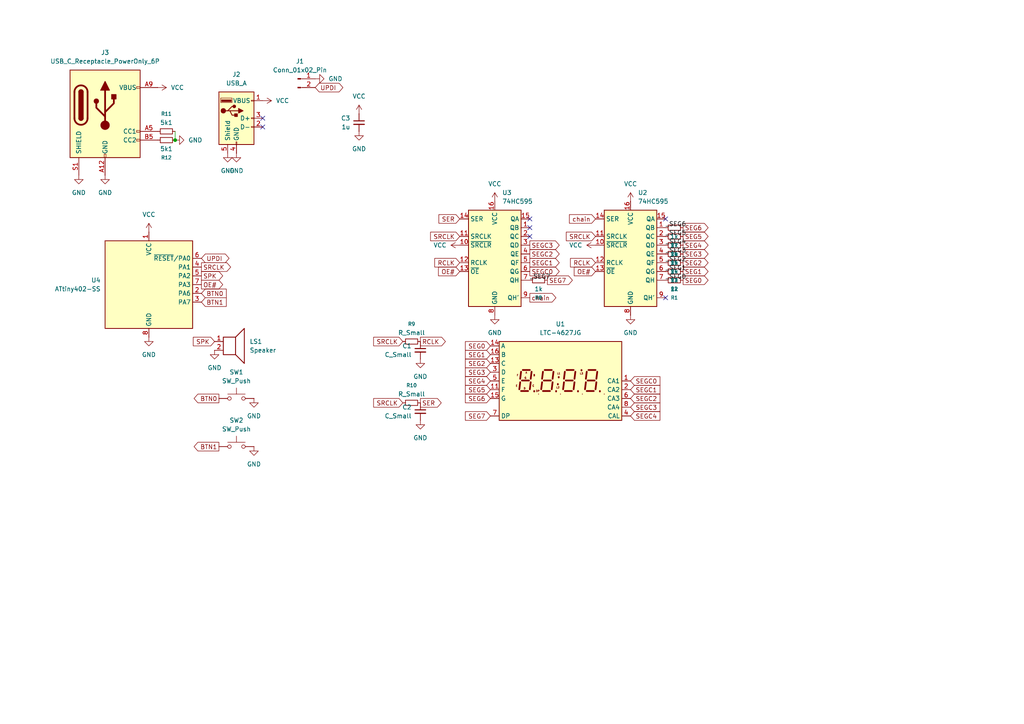
<source format=kicad_sch>
(kicad_sch (version 20250114) (generator "eeschema") (generator_version "9.0")
  (paper "A4")
  (lib_symbols
    (symbol "74xx:74HC595"
      (property "Reference" "U" (at -7.62 13.97 0))
      (property "Value" "74HC595" (at -7.62 -16.51 0))
      (symbol "74HC595_1_0"
        (pin input line (at -10.16 10.16 0) (length 2.54) (name "SER") (number "14"))
        (pin input line (at -10.16 5.08 0) (length 2.54) (name "SRCLK") (number "11"))
        (pin input line (at -10.16 2.54 0) (length 2.54) (name "~{SRCLR}") (number "10"))
        (pin input line (at -10.16 -2.54 0) (length 2.54) (name "RCLK") (number "12"))
        (pin input line (at -10.16 -5.08 0) (length 2.54) (name "~{OE}") (number "13"))
        (pin power_in line (at 0 15.24 270) (length 2.54) (name "VCC") (number "16"))
        (pin power_in line (at 0 -17.78 90) (length 2.54) (name "GND") (number "8"))
        (pin tri_state line (at 10.16 10.16 180) (length 2.54) (name "QA") (number "15"))
        (pin tri_state line (at 10.16 7.62 180) (length 2.54) (name "QB") (number "1"))
        (pin tri_state line (at 10.16 5.08 180) (length 2.54) (name "QC") (number "2"))
        (pin tri_state line (at 10.16 2.54 180) (length 2.54) (name "QD") (number "3"))
        (pin tri_state line (at 10.16 0 180) (length 2.54) (name "QE") (number "4"))
        (pin tri_state line (at 10.16 -2.54 180) (length 2.54) (name "QF") (number "5"))
        (pin tri_state line (at 10.16 -5.08 180) (length 2.54) (name "QG") (number "6"))
        (pin tri_state line (at 10.16 -7.62 180) (length 2.54) (name "QH") (number "7"))
        (pin output line (at 10.16 -12.7 180) (length 2.54) (name "QH'") (number "9"))
      )
      (symbol "74HC595_1_1"
        (rectangle (start -7.62 12.7) (end 7.62 -15.24) (stroke (width 0.254)) (fill (type background)))
      )
    )
    (symbol "Connector:Conn_01x02_Pin" (pin_names (offset 1.016) (hide yes))
      (property "Reference" "J" (at 0 2.54 0))
      (property "Value" "Conn_01x02_Pin" (at 0 -5.08 0))
      (symbol "Conn_01x02_Pin_1_1"
        (rectangle (start 0.8636 0.127) (end 0 -0.127) (stroke (width 0.1524)) (fill (type outline)))
        (rectangle (start 0.8636 -2.413) (end 0 -2.667) (stroke (width 0.1524)) (fill (type outline)))
        (polyline (pts (xy 1.27 0) (xy 0.8636 0)) (stroke (width 0.1524)))
        (polyline (pts (xy 1.27 -2.54) (xy 0.8636 -2.54)) (stroke (width 0.1524)))
        (pin passive line (at 5.08 0 180) (length 3.81) (name "Pin_1") (number "1"))
        (pin passive line (at 5.08 -2.54 180) (length 3.81) (name "Pin_2") (number "2"))
      )
    )
    (symbol "Connector:USB_A" (pin_names (offset 1.016))
      (property "Reference" "J" (at -5.08 11.43 0))
      (property "Value" "USB_A" (at -5.08 8.89 0))
      (symbol "USB_A_0_1"
        (rectangle (start -5.08 -7.62) (end 5.08 7.62) (stroke (width 0.254)) (fill (type background)))
        (circle (center -3.81 2.159) (radius 0.635) (stroke (width 0.254)) (fill (type outline)))
        (polyline (pts (xy -3.175 2.159) (xy -2.54 2.159) (xy -1.27 3.429) (xy -0.635 3.429)) (stroke (width 0.254)))
        (polyline (pts (xy -2.54 2.159) (xy -1.905 2.159) (xy -1.27 0.889) (xy 0 0.889)) (stroke (width 0.254)))
        (rectangle (start -1.524 4.826) (end -4.318 5.334) (fill (type outline)))
        (rectangle (start -1.27 4.572) (end -4.572 5.842))
        (circle (center -0.635 3.429) (radius 0.381) (stroke (width 0.254)) (fill (type outline)))
        (rectangle (start -0.127 -7.62) (end 0.127 -6.858))
        (rectangle (start 0.254 1.27) (end -0.508 0.508) (stroke (width 0.254)) (fill (type outline)))
        (polyline (pts (xy 0.635 2.794) (xy 0.635 1.524) (xy 1.905 2.159) (xy 0.635 2.794)) (stroke (width 0.254)) (fill (type outline)))
        (rectangle (start 5.08 4.953) (end 4.318 5.207))
        (rectangle (start 5.08 -0.127) (end 4.318 0.127))
        (rectangle (start 5.08 -2.667) (end 4.318 -2.413))
      )
      (symbol "USB_A_1_1"
        (polyline (pts (xy -1.905 2.159) (xy 0.635 2.159)) (stroke (width 0.254)))
        (pin passive line (at -2.54 -10.16 90) (length 2.54) (name "Shield") (number "5"))
        (pin power_in line (at 0 -10.16 90) (length 2.54) (name "GND") (number "4"))
        (pin power_in line (at 7.62 5.08 180) (length 2.54) (name "VBUS") (number "1"))
        (pin bidirectional line (at 7.62 0 180) (length 2.54) (name "D+") (number "3"))
        (pin bidirectional line (at 7.62 -2.54 180) (length 2.54) (name "D-") (number "2"))
      )
    )
    (symbol "Connector:USB_C_Receptacle_PowerOnly_6P" (pin_names (offset 1.016))
      (property "Reference" "J" (at 0 16.51 0))
      (property "Value" "USB_C_Receptacle_PowerOnly_6P" (at 0 13.97 0))
      (symbol "USB_C_Receptacle_PowerOnly_6P_0_0"
        (rectangle (start -0.254 -12.7) (end 0.254 -11.684))
        (rectangle (start 10.16 7.874) (end 9.144 7.366))
        (rectangle (start 10.16 -4.826) (end 9.144 -5.334))
        (rectangle (start 10.16 -7.366) (end 9.144 -7.874))
      )
      (symbol "USB_C_Receptacle_PowerOnly_6P_0_1"
        (rectangle (start -10.16 12.7) (end 10.16 -12.7) (stroke (width 0.254)) (fill (type background)))
        (polyline (pts (xy -8.89 -1.27) (xy -8.89 6.35)) (stroke (width 0.508)))
        (rectangle (start -7.62 -1.27) (end -6.35 6.35) (stroke (width 0.254)) (fill (type outline)))
        (arc (start -7.62 6.35) (mid -6.985 6.9823) (end -6.35 6.35) (stroke (width 0.254)))
        (arc (start -7.62 6.35) (mid -6.985 6.9823) (end -6.35 6.35) (stroke (width 0.254)) (fill (type outline)))
        (arc (start -8.89 6.35) (mid -6.985 8.2467) (end -5.08 6.35) (stroke (width 0.508)))
        (arc (start -5.08 -1.27) (mid -6.985 -3.1667) (end -8.89 -1.27) (stroke (width 0.508)))
        (arc (start -6.35 -1.27) (mid -6.985 -1.9023) (end -7.62 -1.27) (stroke (width 0.254)))
        (arc (start -6.35 -1.27) (mid -6.985 -1.9023) (end -7.62 -1.27) (stroke (width 0.254)) (fill (type outline)))
        (polyline (pts (xy -5.08 6.35) (xy -5.08 -1.27)) (stroke (width 0.508)))
        (circle (center -2.54 3.683) (radius 0.635) (stroke (width 0.254)) (fill (type outline)))
        (polyline (pts (xy -1.27 6.858) (xy 0 9.398) (xy 1.27 6.858) (xy -1.27 6.858)) (stroke (width 0.254)) (fill (type outline)))
        (polyline (pts (xy 0 0.508) (xy 2.54 3.048) (xy 2.54 4.318)) (stroke (width 0.508)))
        (polyline (pts (xy 0 -0.762) (xy -2.54 1.778) (xy -2.54 3.048)) (stroke (width 0.508)))
        (polyline (pts (xy 0 -3.302) (xy 0 6.858)) (stroke (width 0.508)))
        (circle (center 0 -3.302) (radius 1.27) (fill (type outline)))
        (rectangle (start 1.905 4.318) (end 3.175 5.588) (stroke (width 0.254)) (fill (type outline)))
      )
      (symbol "USB_C_Receptacle_PowerOnly_6P_1_1"
        (pin passive line (at -7.62 -17.78 90) (length 5.08) (name "SHIELD") (number "S1"))
        (pin passive line (at 0 -17.78 90) (length 5.08) (name "GND") (number "A12"))
        (pin passive line (at 0 -17.78 90) (length 5.08) (hide yes) (name "GND") (number "B12"))
        (pin passive line (at 15.24 7.62 180) (length 5.08) (name "VBUS") (number "A9"))
        (pin passive line (at 15.24 7.62 180) (length 5.08) (hide yes) (name "VBUS") (number "B9"))
        (pin bidirectional line (at 15.24 -5.08 180) (length 5.08) (name "CC1") (number "A5"))
        (pin bidirectional line (at 15.24 -7.62 180) (length 5.08) (name "CC2") (number "B5"))
      )
    )
    (symbol "Device:C_Small" (pin_numbers (hide yes)) (pin_names (offset 0.254) (hide yes))
      (property "Reference" "C" (at 0.254 1.778 0))
      (property "Value" "C_Small" (at 0.254 -2.032 0))
      (symbol "C_Small_0_1"
        (polyline (pts (xy -1.524 0.508) (xy 1.524 0.508)) (stroke (width 0.3048)))
        (polyline (pts (xy -1.524 -0.508) (xy 1.524 -0.508)) (stroke (width 0.3302)))
      )
      (symbol "C_Small_1_1"
        (pin passive line (at 0 2.54 270) (length 2.032) (name "~") (number "1"))
        (pin passive line (at 0 -2.54 90) (length 2.032) (name "~") (number "2"))
      )
    )
    (symbol "Device:R_Small" (pin_numbers (hide yes)) (pin_names (offset 0.254) (hide yes))
      (property "Reference" "R" (at 0 0 90))
      (property "Value" "R_Small" (at 1.778 0 90))
      (symbol "R_Small_0_1"
        (rectangle (start -0.762 1.778) (end 0.762 -1.778) (stroke (width 0.2032)))
      )
      (symbol "R_Small_1_1"
        (pin passive line (at 0 2.54 270) (length 0.762) (name "~") (number "1"))
        (pin passive line (at 0 -2.54 90) (length 0.762) (name "~") (number "2"))
      )
    )
    (symbol "Device:Speaker" (pin_names (offset 0) (hide yes))
      (property "Reference" "LS" (at 1.27 5.715 0))
      (property "Value" "Speaker" (at 1.27 3.81 0))
      (symbol "Speaker_0_0"
        (rectangle (start -2.54 1.27) (end 1.016 -3.81) (stroke (width 0.254)))
        (polyline (pts (xy 1.016 1.27) (xy 3.556 3.81) (xy 3.556 -6.35) (xy 1.016 -3.81)) (stroke (width 0.254)))
      )
      (symbol "Speaker_1_1"
        (pin input line (at -5.08 0 0) (length 2.54) (name "1") (number "1"))
        (pin input line (at -5.08 -2.54 0) (length 2.54) (name "2") (number "2"))
      )
    )
    (symbol "Display_Character:LTC-4627JG"
      (property "Reference" "U" (at -17.78 12.7 0))
      (property "Value" "LTC-4627JG" (at 17.78 12.7 0))
      (symbol "LTC-4627JG_0_1"
        (rectangle (start -17.78 -11.43) (end 17.78 11.43) (stroke (width 0.254)) (fill (type background)))
        (rectangle (start -6.35 -3.81) (end -6.35 -3.81) (stroke (width 0.254)))
        (polyline (pts (xy -6.35 -3.81) (xy -6.35 -3.81)) (stroke (width 0.254)))
        (polyline (pts (xy 0 -3.81) (xy 0 -3.81)) (stroke (width 0.254)))
        (rectangle (start 0 -3.81) (end 0 -3.81) (stroke (width 0.254)))
        (polyline (pts (xy 6.35 -3.81) (xy 6.35 -3.81)) (stroke (width 0.254)))
        (rectangle (start 6.35 -3.81) (end 6.35 -3.81) (stroke (width 0.254)))
        (polyline (pts (xy 12.7 -3.81) (xy 12.7 -3.81)) (stroke (width 0.254)))
        (rectangle (start 12.7 -3.81) (end 12.7 -3.81) (stroke (width 0.254)))
      )
      (symbol "LTC-4627JG_1_0"
        (text "E" (at -12.7 -1.397 0) (effects (font (size 0.508 0.508))))
        (text "F" (at -12.446 1.651 0) (effects (font (size 0.508 0.508))))
        (text "D" (at -10.414 -2.159 0) (effects (font (size 0.508 0.508))))
        (text "G" (at -10.16 0.889 0) (effects (font (size 0.508 0.508))))
        (text "A" (at -9.906 2.413 0) (effects (font (size 0.508 0.508))))
        (text "C" (at -7.874 -1.397 0) (effects (font (size 0.508 0.508))))
        (text "B" (at -7.62 1.651 0) (effects (font (size 0.508 0.508))))
        (text "DP" (at -6.604 -2.921 0) (effects (font (size 0.508 0.508))))
        (text "L2" (at -0.762 -1.905 0) (effects (font (size 0.508 0.508))))
        (text "L1" (at -0.508 2.159 0) (effects (font (size 0.508 0.508))))
        (text "L3" (at 6.096 2.159 0) (effects (font (size 0.508 0.508))))
      )
      (symbol "LTC-4627JG_1_1"
        (polyline (pts (xy -11.684 -0.381) (xy -11.938 -2.413)) (stroke (width 0.508)))
        (polyline (pts (xy -11.43 2.667) (xy -11.684 0.635)) (stroke (width 0.508)))
        (polyline (pts (xy -11.43 -2.921) (xy -9.398 -2.921)) (stroke (width 0.508)))
        (polyline (pts (xy -11.176 0.127) (xy -9.144 0.127)) (stroke (width 0.508)))
        (polyline (pts (xy -10.922 3.175) (xy -8.89 3.175)) (stroke (width 0.508)))
        (polyline (pts (xy -8.636 -0.381) (xy -8.89 -2.413)) (stroke (width 0.508)))
        (polyline (pts (xy -8.382 2.667) (xy -8.636 0.635)) (stroke (width 0.508)))
        (polyline (pts (xy -7.62 -3.048) (xy -7.62 -2.921)) (stroke (width 0.508)))
        (polyline (pts (xy -5.334 -0.381) (xy -5.588 -2.413)) (stroke (width 0.508)))
        (polyline (pts (xy -5.08 2.667) (xy -5.334 0.635)) (stroke (width 0.508)))
        (polyline (pts (xy -5.08 -2.921) (xy -3.048 -2.921)) (stroke (width 0.508)))
        (polyline (pts (xy -4.826 0.127) (xy -2.794 0.127)) (stroke (width 0.508)))
        (polyline (pts (xy -4.572 3.175) (xy -2.54 3.175)) (stroke (width 0.508)))
        (polyline (pts (xy -2.286 -0.381) (xy -2.54 -2.413)) (stroke (width 0.508)))
        (polyline (pts (xy -2.032 2.667) (xy -2.286 0.635)) (stroke (width 0.508)))
        (polyline (pts (xy -1.27 -3.048) (xy -1.27 -2.921)) (stroke (width 0.508)))
        (polyline (pts (xy -0.762 -1.016) (xy -0.762 -0.889)) (stroke (width 0.508)))
        (polyline (pts (xy -0.508 1.016) (xy -0.508 1.143)) (stroke (width 0.508)))
        (polyline (pts (xy 1.016 -0.381) (xy 0.762 -2.413)) (stroke (width 0.508)))
        (polyline (pts (xy 1.27 2.667) (xy 1.016 0.635)) (stroke (width 0.508)))
        (polyline (pts (xy 1.27 -2.921) (xy 3.302 -2.921)) (stroke (width 0.508)))
        (polyline (pts (xy 1.524 0.127) (xy 3.556 0.127)) (stroke (width 0.508)))
        (polyline (pts (xy 1.778 3.175) (xy 3.81 3.175)) (stroke (width 0.508)))
        (polyline (pts (xy 4.064 -0.381) (xy 3.81 -2.413)) (stroke (width 0.508)))
        (polyline (pts (xy 4.318 2.667) (xy 4.064 0.635)) (stroke (width 0.508)))
        (polyline (pts (xy 5.08 -3.048) (xy 5.08 -2.921)) (stroke (width 0.508)))
        (polyline (pts (xy 6.096 3.048) (xy 6.096 3.175)) (stroke (width 0.508)))
        (polyline (pts (xy 7.366 -0.381) (xy 7.112 -2.413)) (stroke (width 0.508)))
        (polyline (pts (xy 7.62 2.667) (xy 7.366 0.635)) (stroke (width 0.508)))
        (polyline (pts (xy 7.62 -2.921) (xy 9.652 -2.921)) (stroke (width 0.508)))
        (polyline (pts (xy 7.874 0.127) (xy 9.906 0.127)) (stroke (width 0.508)))
        (polyline (pts (xy 8.128 3.175) (xy 10.16 3.175)) (stroke (width 0.508)))
        (polyline (pts (xy 10.414 -0.381) (xy 10.16 -2.413)) (stroke (width 0.508)))
        (polyline (pts (xy 10.668 2.667) (xy 10.414 0.635)) (stroke (width 0.508)))
        (polyline (pts (xy 11.43 -3.048) (xy 11.43 -2.921)) (stroke (width 0.508)))
        (pin input line (at -20.32 10.16 0) (length 2.54) (name "A") (number "14"))
        (pin input line (at -20.32 7.62 0) (length 2.54) (name "B") (number "16"))
        (pin input line (at -20.32 5.08 0) (length 2.54) (name "C") (number "13"))
        (pin input line (at -20.32 2.54 0) (length 2.54) (name "D") (number "3"))
        (pin input line (at -20.32 0 0) (length 2.54) (name "E") (number "5"))
        (pin input line (at -20.32 -2.54 0) (length 2.54) (name "F") (number "11"))
        (pin input line (at -20.32 -5.08 0) (length 2.54) (name "G") (number "15"))
        (pin input line (at -20.32 -10.16 0) (length 2.54) (name "DP") (number "7"))
        (pin no_connect line (at 17.78 7.62 180) (length 2.54) (hide yes) (name "NC") (number "9"))
        (pin input line (at 20.32 0 180) (length 2.54) (name "CA1") (number "1"))
        (pin input line (at 20.32 -2.54 180) (length 2.54) (name "CA2") (number "2"))
        (pin input line (at 20.32 -5.08 180) (length 2.54) (name "CA3") (number "6"))
        (pin input line (at 20.32 -7.62 180) (length 2.54) (name "CA4") (number "8"))
        (pin input line (at 20.32 -10.16 180) (length 2.54) (name "CAL") (number "4"))
      )
    )
    (symbol "MCU_Microchip_ATtiny:ATtiny402-SS"
      (property "Reference" "U" (at -12.7 13.97 0))
      (property "Value" "ATtiny402-SS" (at 2.54 -13.97 0))
      (symbol "ATtiny402-SS_0_1"
        (rectangle (start -12.7 -12.7) (end 12.7 12.7) (stroke (width 0.254)) (fill (type background)))
      )
      (symbol "ATtiny402-SS_1_1"
        (pin power_in line (at 0 15.24 270) (length 2.54) (name "VCC") (number "1"))
        (pin power_in line (at 0 -15.24 90) (length 2.54) (name "GND") (number "8"))
        (pin bidirectional line (at 15.24 7.62 180) (length 2.54) (name "~{RESET}/PA0") (number "6"))
        (pin bidirectional line (at 15.24 5.08 180) (length 2.54) (name "PA1") (number "4"))
        (pin bidirectional line (at 15.24 2.54 180) (length 2.54) (name "PA2") (number "5"))
        (pin bidirectional line (at 15.24 0 180) (length 2.54) (name "PA3") (number "7"))
        (pin bidirectional line (at 15.24 -2.54 180) (length 2.54) (name "PA6") (number "2"))
        (pin bidirectional line (at 15.24 -5.08 180) (length 2.54) (name "PA7") (number "3"))
      )
    )
    (symbol "Switch:SW_Push" (pin_numbers (hide yes)) (pin_names (offset 1.016) (hide yes))
      (property "Reference" "SW" (at 1.27 2.54 0))
      (property "Value" "SW_Push" (at 0 -1.524 0))
      (symbol "SW_Push_0_1"
        (circle (center -2.032 0) (radius 0.508))
        (polyline (pts (xy 0 1.27) (xy 0 3.048)))
        (circle (center 2.032 0) (radius 0.508))
        (polyline (pts (xy 2.54 1.27) (xy -2.54 1.27)))
        (pin passive line (at -5.08 0 0) (length 2.54) (name "1") (number "1"))
        (pin passive line (at 5.08 0 180) (length 2.54) (name "2") (number "2"))
      )
    )
    (symbol "power:GND" (power) (pin_numbers (hide yes)) (pin_names (offset 0) (hide yes))
      (property "Value" "GND" (at 0 -3.81 0))
      (symbol "GND_0_1"
        (polyline (pts (xy 0 0) (xy 0 -1.27) (xy 1.27 -1.27) (xy 0 -2.54) (xy -1.27 -1.27) (xy 0 -1.27)))
      )
      (symbol "GND_1_1"
        (pin power_in line (at 0 0 270) (length 0) (name "~") (number "1"))
      )
    )
    (symbol "power:VCC" (power) (pin_numbers (hide yes)) (pin_names (offset 0) (hide yes))
      (property "Value" "VCC" (at 0 3.556 0))
      (symbol "VCC_0_1"
        (polyline (pts (xy -0.762 1.27) (xy 0 2.54)))
        (polyline (pts (xy 0 2.54) (xy 0.762 1.27)))
        (polyline (pts (xy 0 0) (xy 0 2.54)))
      )
      (symbol "VCC_1_1"
        (pin power_in line (at 0 0 90) (length 0) (name "~") (number "1"))
      )
    )
  )
  (junction (at 50.8 40.64))
  (no_connect (at 153.67 63.5))
  (no_connect (at 193.04 63.5))
  (no_connect (at 153.67 66.04))
  (no_connect (at 76.2 34.29))
  (no_connect (at 153.67 68.58))
  (no_connect (at 76.2 36.83))
  (no_connect (at 193.04 86.36))
  (wire (pts (xy 50.8 38.1) (xy 50.8 40.64)))
  (label "_SEG6" (at 193.04 66.04 0))
  (label "_SEG2" (at 193.04 76.2 0))
  (label "_SEG0" (at 193.04 81.28 0))
  (label "_SEG4" (at 193.04 71.12 0))
  (label "_SEG1" (at 193.04 78.74 0))
  (label "_SEG7" (at 153.67 81.28 0))
  (label "_SEG5" (at 193.04 68.58 0))
  (label "_SEG3" (at 193.04 73.66 0))
  (global_label "SEG4" (shape input) (at 142.24 110.49 180) (property "Intersheetrefs" "${INTERSHEET_REFS}" (effects (hide yes))))
  (global_label "SEG6" (shape input) (at 142.24 115.57 180) (property "Intersheetrefs" "${INTERSHEET_REFS}" (effects (hide yes))))
  (global_label "SER" (shape output) (at 121.92 116.84 0) (property "Intersheetrefs" "${INTERSHEET_REFS}" (effects (hide yes))))
  (global_label "UPDI" (shape bidirectional) (at 91.44 25.4 0) (property "Intersheetrefs" "${INTERSHEET_REFS}" (effects (hide yes))))
  (global_label "SEG3" (shape input) (at 142.24 107.95 180) (property "Intersheetrefs" "${INTERSHEET_REFS}" (effects (hide yes))))
  (global_label "SER" (shape input) (at 133.35 63.5 180) (property "Intersheetrefs" "${INTERSHEET_REFS}" (effects (hide yes))))
  (global_label "SEGC0" (shape input) (at 182.88 110.49 0) (property "Intersheetrefs" "${INTERSHEET_REFS}" (effects (hide yes))))
  (global_label "OE#" (shape input) (at 133.35 78.74 180) (property "Intersheetrefs" "${INTERSHEET_REFS}" (effects (hide yes))))
  (global_label "BTN1" (shape input) (at 58.42 87.63 0) (property "Intersheetrefs" "${INTERSHEET_REFS}" (effects (hide yes))))
  (global_label "SEGC2" (shape output) (at 153.67 73.66 0) (property "Intersheetrefs" "${INTERSHEET_REFS}" (effects (hide yes))))
  (global_label "SEG6" (shape output) (at 198.12 66.04 0) (property "Intersheetrefs" "${INTERSHEET_REFS}" (effects (hide yes))))
  (global_label "SRCLK" (shape input) (at 133.35 68.58 180) (property "Intersheetrefs" "${INTERSHEET_REFS}" (effects (hide yes))))
  (global_label "chain" (shape input) (at 172.72 63.5 180) (property "Intersheetrefs" "${INTERSHEET_REFS}" (effects (hide yes))))
  (global_label "SEGC3" (shape output) (at 153.67 71.12 0) (property "Intersheetrefs" "${INTERSHEET_REFS}" (effects (hide yes))))
  (global_label "RCLK" (shape input) (at 172.72 76.2 180) (property "Intersheetrefs" "${INTERSHEET_REFS}" (effects (hide yes))))
  (global_label "BTN0" (shape input) (at 58.42 85.09 0) (property "Intersheetrefs" "${INTERSHEET_REFS}" (effects (hide yes))))
  (global_label "SEGC4" (shape input) (at 182.88 120.65 0) (property "Intersheetrefs" "${INTERSHEET_REFS}" (effects (hide yes))))
  (global_label "SPK" (shape input) (at 62.23 99.06 180) (property "Intersheetrefs" "${INTERSHEET_REFS}" (effects (hide yes))))
  (global_label "UPDI" (shape bidirectional) (at 58.42 74.93 0) (property "Intersheetrefs" "${INTERSHEET_REFS}" (effects (hide yes))))
  (global_label "BTN1" (shape output) (at 63.5 129.54 180) (property "Intersheetrefs" "${INTERSHEET_REFS}" (effects (hide yes))))
  (global_label "SEG2" (shape output) (at 198.12 76.2 0) (property "Intersheetrefs" "${INTERSHEET_REFS}" (effects (hide yes))))
  (global_label "SEG7" (shape output) (at 158.75 81.28 0) (property "Intersheetrefs" "${INTERSHEET_REFS}" (effects (hide yes))))
  (global_label "SEGC3" (shape input) (at 182.88 118.11 0) (property "Intersheetrefs" "${INTERSHEET_REFS}" (effects (hide yes))))
  (global_label "SEG4" (shape output) (at 198.12 71.12 0) (property "Intersheetrefs" "${INTERSHEET_REFS}" (effects (hide yes))))
  (global_label "SRCLK" (shape input) (at 116.84 99.06 180) (property "Intersheetrefs" "${INTERSHEET_REFS}" (effects (hide yes))))
  (global_label "SEG0" (shape output) (at 198.12 81.28 0) (property "Intersheetrefs" "${INTERSHEET_REFS}" (effects (hide yes))))
  (global_label "RCLK" (shape output) (at 121.92 99.06 0) (property "Intersheetrefs" "${INTERSHEET_REFS}" (effects (hide yes))))
  (global_label "SEG3" (shape output) (at 198.12 73.66 0) (property "Intersheetrefs" "${INTERSHEET_REFS}" (effects (hide yes))))
  (global_label "SPK" (shape output) (at 58.42 80.01 0) (property "Intersheetrefs" "${INTERSHEET_REFS}" (effects (hide yes))))
  (global_label "SEG1" (shape input) (at 142.24 102.87 180) (property "Intersheetrefs" "${INTERSHEET_REFS}" (effects (hide yes))))
  (global_label "SEG7" (shape input) (at 142.24 120.65 180) (property "Intersheetrefs" "${INTERSHEET_REFS}" (effects (hide yes))))
  (global_label "OE#" (shape input) (at 172.72 78.74 180) (property "Intersheetrefs" "${INTERSHEET_REFS}" (effects (hide yes))))
  (global_label "chain" (shape output) (at 153.67 86.36 0) (property "Intersheetrefs" "${INTERSHEET_REFS}" (effects (hide yes))))
  (global_label "SEG1" (shape output) (at 198.12 78.74 0) (property "Intersheetrefs" "${INTERSHEET_REFS}" (effects (hide yes))))
  (global_label "SEGC0" (shape output) (at 153.67 78.74 0) (property "Intersheetrefs" "${INTERSHEET_REFS}" (effects (hide yes))))
  (global_label "SEG5" (shape input) (at 142.24 113.03 180) (property "Intersheetrefs" "${INTERSHEET_REFS}" (effects (hide yes))))
  (global_label "SRCLK" (shape output) (at 58.42 77.47 0) (property "Intersheetrefs" "${INTERSHEET_REFS}" (effects (hide yes))))
  (global_label "BTN0" (shape output) (at 63.5 115.57 180) (property "Intersheetrefs" "${INTERSHEET_REFS}" (effects (hide yes))))
  (global_label "SEG5" (shape output) (at 198.12 68.58 0) (property "Intersheetrefs" "${INTERSHEET_REFS}" (effects (hide yes))))
  (global_label "SEGC1" (shape input) (at 182.88 113.03 0) (property "Intersheetrefs" "${INTERSHEET_REFS}" (effects (hide yes))))
  (global_label "SEG2" (shape input) (at 142.24 105.41 180) (property "Intersheetrefs" "${INTERSHEET_REFS}" (effects (hide yes))))
  (global_label "RCLK" (shape input) (at 133.35 76.2 180) (property "Intersheetrefs" "${INTERSHEET_REFS}" (effects (hide yes))))
  (global_label "OE#" (shape output) (at 58.42 82.55 0) (property "Intersheetrefs" "${INTERSHEET_REFS}" (effects (hide yes))))
  (global_label "SEGC2" (shape input) (at 182.88 115.57 0) (property "Intersheetrefs" "${INTERSHEET_REFS}" (effects (hide yes))))
  (global_label "SRCLK" (shape input) (at 116.84 116.84 180) (property "Intersheetrefs" "${INTERSHEET_REFS}" (effects (hide yes))))
  (global_label "SRCLK" (shape input) (at 172.72 68.58 180) (property "Intersheetrefs" "${INTERSHEET_REFS}" (effects (hide yes))))
  (global_label "SEG0" (shape input) (at 142.24 100.33 180) (property "Intersheetrefs" "${INTERSHEET_REFS}" (effects (hide yes))))
  (global_label "SEGC1" (shape output) (at 153.67 76.2 0) (property "Intersheetrefs" "${INTERSHEET_REFS}" (effects (hide yes))))
  (symbol (lib_id "74xx:74HC595") (at 182.88 73.66 0) (unit 1)
    (property "Reference" "U2" (at 185.0233 55.88 0) (effects (justify left)))
    (property "Value" "74HC595" (at 185.0233 58.42 0) (effects (justify left)))
    (property "Footprint" "Package_SO:TSSOP-16_4.4x5mm_P0.65mm" (effects (hide yes)))
    (property "Datasheet" "http://www.ti.com/lit/ds/symlink/sn74hc595.pdf" (effects (hide yes)))
    (property "Description" "8-bit serial in/out Shift Register 3-State Outputs" (effects (hide yes)))
  )
  (symbol (lib_id "power:GND") (at 66.04 44.45 0) (unit 1)
    (property "Reference" "#PWR015" (effects (hide yes)))
    (property "Value" "GND" (at 66.04 49.53 0))
    (property "Description" "Power symbol creates a global label with name \"GND\" , ground" (effects (hide yes)))
  )
  (symbol (lib_id "power:GND") (at 91.44 22.86 90) (unit 1)
    (property "Reference" "#PWR013" (effects (hide yes)))
    (property "Value" "GND" (at 95.25 22.8599 90) (effects (justify right)))
    (property "Description" "Power symbol creates a global label with name \"GND\" , ground" (effects (hide yes)))
  )
  (symbol (lib_id "Device:R_Small") (at 195.58 66.04 90) (mirror x) (unit 1)
    (property "Reference" "R7" (at 195.58 71.12 90) (effects (font (size 1.016 1.016))))
    (property "Value" "1k" (at 195.58 68.58 90))
    (property "Footprint" "Resistor_SMD:R_0603_1608Metric" (effects (hide yes)))
    (property "Description" "Resistor, small symbol" (effects (hide yes)))
  )
  (symbol (lib_id "Device:R_Small") (at 119.38 99.06 90) (unit 1)
    (property "Reference" "R9" (at 119.38 93.98 90) (effects (font (size 1.016 1.016))))
    (property "Value" "R_Small" (at 119.38 96.52 90))
    (property "Footprint" "Resistor_SMD:R_0603_1608Metric" (effects (hide yes)))
    (property "Description" "Resistor, small symbol" (effects (hide yes)))
  )
  (symbol (lib_id "power:GND") (at 43.18 97.79 0) (unit 1)
    (property "Reference" "#PWR06" (effects (hide yes)))
    (property "Value" "GND" (at 43.18 102.87 0))
    (property "Description" "Power symbol creates a global label with name \"GND\" , ground" (effects (hide yes)))
  )
  (symbol (lib_id "Switch:SW_Push") (at 68.58 129.54 0) (unit 1)
    (property "Reference" "SW2" (at 68.58 121.92 0))
    (property "Value" "SW_Push" (at 68.58 124.46 0))
    (property "Footprint" "Library:alps-skrp" (effects (hide yes)))
    (property "Description" "Push button switch, generic, two pins" (effects (hide yes)))
  )
  (symbol (lib_id "power:GND") (at 73.66 129.54 0) (unit 1)
    (property "Reference" "#PWR012" (effects (hide yes)))
    (property "Value" "GND" (at 73.66 134.62 0))
    (property "Description" "Power symbol creates a global label with name \"GND\" , ground" (effects (hide yes)))
  )
  (symbol (lib_id "MCU_Microchip_ATtiny:ATtiny402-SS") (at 43.18 82.55 0) (unit 1)
    (property "Reference" "U4" (at 29.21 81.2799 0) (effects (justify right)))
    (property "Value" "ATtiny402-SS" (at 29.21 83.8199 0) (effects (justify right)))
    (property "Footprint" "Package_SO:SOIC-8_3.9x4.9mm_P1.27mm" (effects (hide yes)))
    (property "Datasheet" "http://ww1.microchip.com/downloads/en/DeviceDoc/ATtiny202-402-AVR-MCU-with-Core-Independent-Peripherals_and-picoPower-40001969A.pdf" (effects (hide yes)))
    (property "Description" "20MHz, 4kB Flash, 256B SRAM, 128B EEPROM, SOIC-8" (effects (hide yes)))
  )
  (symbol (lib_id "Device:R_Small") (at 156.21 81.28 90) (mirror x) (unit 1)
    (property "Reference" "R8" (at 156.21 86.36 90) (effects (font (size 1.016 1.016))))
    (property "Value" "1k" (at 156.21 83.82 90))
    (property "Footprint" "Resistor_SMD:R_0603_1608Metric" (effects (hide yes)))
    (property "Description" "Resistor, small symbol" (effects (hide yes)))
  )
  (symbol (lib_id "power:GND") (at 121.92 121.92 0) (unit 1)
    (property "Reference" "#PWR010" (effects (hide yes)))
    (property "Value" "GND" (at 121.92 127 0))
    (property "Description" "Power symbol creates a global label with name \"GND\" , ground" (effects (hide yes)))
  )
  (symbol (lib_id "Device:C_Small") (at 121.92 119.38 0) (unit 1)
    (property "Reference" "C2" (at 119.38 118.1162 0) (effects (justify right)))
    (property "Value" "C_Small" (at 119.38 120.6562 0) (effects (justify right)))
    (property "Footprint" "Capacitor_SMD:C_0603_1608Metric" (effects (hide yes)))
    (property "Description" "Unpolarized capacitor, small symbol" (effects (hide yes)))
  )
  (symbol (lib_id "power:VCC") (at 182.88 58.42 0) (unit 1)
    (property "Reference" "#PWR01" (effects (hide yes)))
    (property "Value" "VCC" (at 182.88 53.34 0))
    (property "Description" "Power symbol creates a global label with name \"VCC\"" (effects (hide yes)))
  )
  (symbol (lib_id "power:VCC") (at 43.18 67.31 0) (unit 1)
    (property "Reference" "#PWR05" (effects (hide yes)))
    (property "Value" "VCC" (at 43.18 62.23 0))
    (property "Description" "Power symbol creates a global label with name \"VCC\"" (effects (hide yes)))
  )
  (symbol (lib_id "Device:R_Small") (at 195.58 68.58 90) (mirror x) (unit 1)
    (property "Reference" "R6" (at 195.58 73.66 90) (effects (font (size 1.016 1.016))))
    (property "Value" "1k" (at 195.58 71.12 90))
    (property "Footprint" "Resistor_SMD:R_0603_1608Metric" (effects (hide yes)))
    (property "Description" "Resistor, small symbol" (effects (hide yes)))
  )
  (symbol (lib_id "Connector:Conn_01x02_Pin") (at 86.36 22.86 0) (unit 1)
    (property "Reference" "J1" (at 86.995 17.78 0))
    (property "Value" "Conn_01x02_Pin" (at 86.995 20.32 0))
    (property "Footprint" "Connector_PinHeader_2.54mm:PinHeader_1x02_P2.54mm_Vertical" (effects (hide yes)))
    (property "Description" "Generic connector, single row, 01x02, script generated" (effects (hide yes)))
  )
  (symbol (lib_id "power:GND") (at 30.48 50.8 0) (unit 1)
    (property "Reference" "#PWR018" (effects (hide yes)))
    (property "Value" "GND" (at 30.48 55.88 0))
    (property "Description" "Power symbol creates a global label with name \"GND\" , ground" (effects (hide yes)))
  )
  (symbol (lib_id "Display_Character:LTC-4627JG") (at 162.56 110.49 0) (unit 1)
    (property "Reference" "U1" (at 162.56 93.98 0))
    (property "Value" "LTC-4627JG" (at 162.56 96.52 0))
    (property "Footprint" "Display_7Segment:LTC-4627Jx" (effects (hide yes)))
    (property "Datasheet" "http://optoelectronics.liteon.com/upload/download/DS30-2001-393/C4627JG.pdf" (effects (hide yes)))
    (property "Description" "4 digit 7 segment green, common anode" (effects (hide yes)))
  )
  (symbol (lib_id "power:GND") (at 62.23 101.6 0) (unit 1)
    (property "Reference" "#PWR08" (effects (hide yes)))
    (property "Value" "GND" (at 62.23 106.68 0))
    (property "Description" "Power symbol creates a global label with name \"GND\" , ground" (effects (hide yes)))
  )
  (symbol (lib_id "Device:R_Small") (at 48.26 38.1 90) (unit 1)
    (property "Reference" "R11" (at 48.26 33.02 90) (effects (font (size 1.016 1.016))))
    (property "Value" "5k1" (at 48.26 35.56 90))
    (property "Footprint" "Resistor_SMD:R_0603_1608Metric" (effects (hide yes)))
    (property "Description" "Resistor, small symbol" (effects (hide yes)))
  )
  (symbol (lib_id "74xx:74HC595") (at 143.51 73.66 0) (unit 1)
    (property "Reference" "U3" (at 145.6533 55.88 0) (effects (justify left)))
    (property "Value" "74HC595" (at 145.6533 58.42 0) (effects (justify left)))
    (property "Footprint" "Package_SO:TSSOP-16_4.4x5mm_P0.65mm" (effects (hide yes)))
    (property "Datasheet" "http://www.ti.com/lit/ds/symlink/sn74hc595.pdf" (effects (hide yes)))
    (property "Description" "8-bit serial in/out Shift Register 3-State Outputs" (effects (hide yes)))
  )
  (symbol (lib_id "power:GND") (at 50.8 40.64 90) (unit 1)
    (property "Reference" "#PWR017" (effects (hide yes)))
    (property "Value" "GND" (at 54.61 40.6399 90) (effects (justify right)))
    (property "Description" "Power symbol creates a global label with name \"GND\" , ground" (effects (hide yes)))
  )
  (symbol (lib_id "Device:C_Small") (at 104.14 35.56 0) (unit 1)
    (property "Reference" "C3" (at 101.6 34.2962 0) (effects (justify right)))
    (property "Value" "1u" (at 101.6 36.8362 0) (effects (justify right)))
    (property "Footprint" "Capacitor_SMD:C_0603_1608Metric" (effects (hide yes)))
    (property "Description" "Unpolarized capacitor, small symbol" (effects (hide yes)))
  )
  (symbol (lib_id "Device:R_Small") (at 195.58 71.12 90) (mirror x) (unit 1)
    (property "Reference" "R5" (at 195.58 76.2 90) (effects (font (size 1.016 1.016))))
    (property "Value" "1k" (at 195.58 73.66 90))
    (property "Footprint" "Resistor_SMD:R_0603_1608Metric" (effects (hide yes)))
    (property "Description" "Resistor, small symbol" (effects (hide yes)))
  )
  (symbol (lib_id "Device:R_Small") (at 195.58 73.66 90) (mirror x) (unit 1)
    (property "Reference" "R4" (at 195.58 78.74 90) (effects (font (size 1.016 1.016))))
    (property "Value" "1k" (at 195.58 76.2 90))
    (property "Footprint" "Resistor_SMD:R_0603_1608Metric" (effects (hide yes)))
    (property "Description" "Resistor, small symbol" (effects (hide yes)))
  )
  (symbol (lib_id "Device:C_Small") (at 121.92 101.6 0) (unit 1)
    (property "Reference" "C1" (at 119.38 100.3362 0) (effects (justify right)))
    (property "Value" "C_Small" (at 119.38 102.8762 0) (effects (justify right)))
    (property "Footprint" "Capacitor_SMD:C_0603_1608Metric" (effects (hide yes)))
    (property "Description" "Unpolarized capacitor, small symbol" (effects (hide yes)))
  )
  (symbol (lib_id "power:GND") (at 121.92 104.14 0) (unit 1)
    (property "Reference" "#PWR09" (effects (hide yes)))
    (property "Value" "GND" (at 121.92 109.22 0))
    (property "Description" "Power symbol creates a global label with name \"GND\" , ground" (effects (hide yes)))
  )
  (symbol (lib_id "power:GND") (at 22.86 50.8 0) (unit 1)
    (property "Reference" "#PWR019" (effects (hide yes)))
    (property "Value" "GND" (at 22.86 55.88 0))
    (property "Description" "Power symbol creates a global label with name \"GND\" , ground" (effects (hide yes)))
  )
  (symbol (lib_id "Connector:USB_C_Receptacle_PowerOnly_6P") (at 30.48 33.02 0) (unit 1)
    (property "Reference" "J3" (at 30.48 15.24 0))
    (property "Value" "USB_C_Receptacle_PowerOnly_6P" (at 30.48 17.78 0))
    (property "Footprint" "Connector_USB:USB_C_Receptacle_GCT_USB4125-xx-x_6P_TopMnt_Horizontal" (effects (hide yes)))
    (property "Datasheet" "https://www.usb.org/sites/default/files/documents/usb_type-c.zip" (effects (hide yes)))
    (property "Description" "USB Power-Only 6P Type-C Receptacle connector" (effects (hide yes)))
  )
  (symbol (lib_id "power:VCC") (at 143.51 58.42 0) (unit 1)
    (property "Reference" "#PWR02" (effects (hide yes)))
    (property "Value" "VCC" (at 143.51 53.34 0))
    (property "Description" "Power symbol creates a global label with name \"VCC\"" (effects (hide yes)))
  )
  (symbol (lib_id "power:GND") (at 73.66 115.57 0) (unit 1)
    (property "Reference" "#PWR011" (effects (hide yes)))
    (property "Value" "GND" (at 73.66 120.65 0))
    (property "Description" "Power symbol creates a global label with name \"GND\" , ground" (effects (hide yes)))
  )
  (symbol (lib_id "power:VCC") (at 76.2 29.21 270) (unit 1)
    (property "Reference" "#PWR016" (effects (hide yes)))
    (property "Value" "VCC" (at 80.01 29.2099 90) (effects (justify left)))
    (property "Description" "Power symbol creates a global label with name \"VCC\"" (effects (hide yes)))
  )
  (symbol (lib_id "Device:R_Small") (at 195.58 78.74 90) (mirror x) (unit 1)
    (property "Reference" "R2" (at 195.58 83.82 90) (effects (font (size 1.016 1.016))))
    (property "Value" "1k" (at 195.58 81.28 90))
    (property "Footprint" "Resistor_SMD:R_0603_1608Metric" (effects (hide yes)))
    (property "Description" "Resistor, small symbol" (effects (hide yes)))
  )
  (symbol (lib_id "Device:R_Small") (at 119.38 116.84 90) (unit 1)
    (property "Reference" "R10" (at 119.38 111.76 90) (effects (font (size 1.016 1.016))))
    (property "Value" "R_Small" (at 119.38 114.3 90))
    (property "Footprint" "Resistor_SMD:R_0603_1608Metric" (effects (hide yes)))
    (property "Description" "Resistor, small symbol" (effects (hide yes)))
  )
  (symbol (lib_id "Device:R_Small") (at 195.58 76.2 90) (mirror x) (unit 1)
    (property "Reference" "R3" (at 195.58 81.28 90) (effects (font (size 1.016 1.016))))
    (property "Value" "1k" (at 195.58 78.74 90))
    (property "Footprint" "Resistor_SMD:R_0603_1608Metric" (effects (hide yes)))
    (property "Description" "Resistor, small symbol" (effects (hide yes)))
  )
  (symbol (lib_id "power:VCC") (at 172.72 71.12 90) (unit 1)
    (property "Reference" "#PWR023" (effects (hide yes)))
    (property "Value" "VCC" (at 168.91 71.1199 90) (effects (justify left)))
    (property "Description" "Power symbol creates a global label with name \"VCC\"" (effects (hide yes)))
  )
  (symbol (lib_id "Device:Speaker") (at 67.31 99.06 0) (unit 1)
    (property "Reference" "LS1" (at 72.39 99.0599 0) (effects (justify left)))
    (property "Value" "Speaker" (at 72.39 101.5999 0) (effects (justify left)))
    (property "Footprint" "Library:PKLCS1212E4001-R1" (effects (hide yes)))
    (property "Description" "Speaker" (effects (hide yes)))
  )
  (symbol (lib_id "power:GND") (at 143.51 91.44 0) (unit 1)
    (property "Reference" "#PWR04" (effects (hide yes)))
    (property "Value" "GND" (at 143.51 96.52 0))
    (property "Description" "Power symbol creates a global label with name \"GND\" , ground" (effects (hide yes)))
  )
  (symbol (lib_id "power:VCC") (at 133.35 71.12 90) (unit 1)
    (property "Reference" "#PWR07" (effects (hide yes)))
    (property "Value" "VCC" (at 129.54 71.1199 90) (effects (justify left)))
    (property "Description" "Power symbol creates a global label with name \"VCC\"" (effects (hide yes)))
  )
  (symbol (lib_id "Switch:SW_Push") (at 68.58 115.57 0) (unit 1)
    (property "Reference" "SW1" (at 68.58 107.95 0))
    (property "Value" "SW_Push" (at 68.58 110.49 0))
    (property "Footprint" "Library:alps-skrp" (effects (hide yes)))
    (property "Description" "Push button switch, generic, two pins" (effects (hide yes)))
  )
  (symbol (lib_id "power:VCC") (at 45.72 25.4 270) (unit 1)
    (property "Reference" "#PWR020" (effects (hide yes)))
    (property "Value" "VCC" (at 49.53 25.3999 90) (effects (justify left)))
    (property "Description" "Power symbol creates a global label with name \"VCC\"" (effects (hide yes)))
  )
  (symbol (lib_id "Connector:USB_A") (at 68.58 34.29 0) (unit 1)
    (property "Reference" "J2" (at 68.58 21.59 0))
    (property "Value" "USB_A" (at 68.58 24.13 0))
    (property "Footprint" "Library:USB_A_PLUG_USB-4AM103AS" (effects (hide yes)))
    (property "Description" "USB Type A connector" (effects (hide yes)))
  )
  (symbol (lib_id "Device:R_Small") (at 195.58 81.28 90) (mirror x) (unit 1)
    (property "Reference" "R1" (at 195.58 86.36 90) (effects (font (size 1.016 1.016))))
    (property "Value" "1k" (at 195.58 83.82 90))
    (property "Footprint" "Resistor_SMD:R_0603_1608Metric" (effects (hide yes)))
    (property "Description" "Resistor, small symbol" (effects (hide yes)))
  )
  (symbol (lib_id "power:GND") (at 182.88 91.44 0) (unit 1)
    (property "Reference" "#PWR03" (effects (hide yes)))
    (property "Value" "GND" (at 182.88 96.52 0))
    (property "Description" "Power symbol creates a global label with name \"GND\" , ground" (effects (hide yes)))
  )
  (symbol (lib_id "Device:R_Small") (at 48.26 40.64 90) (mirror x) (unit 1)
    (property "Reference" "R12" (at 48.26 45.72 90) (effects (font (size 1.016 1.016))))
    (property "Value" "5k1" (at 48.26 43.18 90))
    (property "Footprint" "Resistor_SMD:R_0603_1608Metric" (effects (hide yes)))
    (property "Description" "Resistor, small symbol" (effects (hide yes)))
  )
  (symbol (lib_id "power:GND") (at 104.14 38.1 0) (unit 1)
    (property "Reference" "#PWR022" (effects (hide yes)))
    (property "Value" "GND" (at 104.14 43.18 0))
    (property "Description" "Power symbol creates a global label with name \"GND\" , ground" (effects (hide yes)))
  )
  (symbol (lib_id "power:VCC") (at 104.14 33.02 0) (unit 1)
    (property "Reference" "#PWR021" (effects (hide yes)))
    (property "Value" "VCC" (at 104.14 27.94 0))
    (property "Description" "Power symbol creates a global label with name \"VCC\"" (effects (hide yes)))
  )
  (symbol (lib_id "power:GND") (at 68.58 44.45 0) (unit 1)
    (property "Reference" "#PWR014" (effects (hide yes)))
    (property "Value" "GND" (at 68.58 49.53 0))
    (property "Description" "Power symbol creates a global label with name \"GND\" , ground" (effects (hide yes)))
  )
)
</source>
